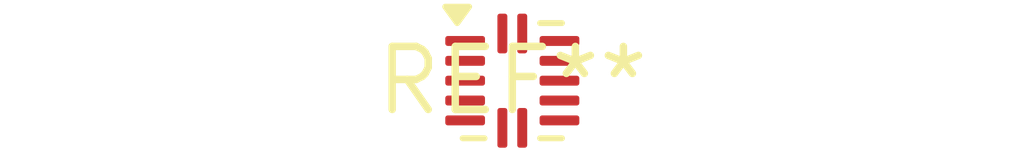
<source format=kicad_pcb>
(kicad_pcb (version 20240108) (generator pcbnew)
  (layers (0 "F.Cu" signal) (31 "B.Cu" signal) (34 "B.Paste" user) (35 "F.Paste" user) (36 "B.SilkS" user "B.Silkscreen") (37 "F.SilkS" user "F.Silkscreen") (38 "B.Mask" user) (39 "F.Mask" user) (44 "Edge.Cuts" user))
  (net 0 "")
  (footprint "Texas_S-PX2QFN-14" (layer "F.Cu") (at 0 0)
    (property "Reference" "REF**")
    (property "Value" "Texas_S-PX2QFN-14")
    (fp_line (start -0.56 1.16) (end -1 1.16) (layer "F.SilkS") (stroke (width 0.12)))
    (fp_line (start 0.56 -1.16) (end 1 -1.16) (layer "F.SilkS") (stroke (width 0.12)))
    (fp_line (start 0.56 1.16) (end 1 1.16) (layer "F.SilkS") (stroke (width 0.12)))
    (fp_poly (pts (xy -1.11 -1.16) (xy -1.35 -1.49) (xy -0.87 -1.49) (xy -1.11 -1.16)) (layer "F.SilkS") (stroke (width 0.12)) (fill solid))
    (pad "1" smd roundrect (at -0.95 -0.8) (size 0.8 0.2) (layers "F.Cu" "F.Paste" "F.Mask"))
    (pad "2" smd roundrect (at -0.95 -0.4) (size 0.8 0.2) (layers "F.Cu" "F.Paste" "F.Mask"))
    (pad "3" smd roundrect (at -0.95 0) (size 0.8 0.2) (layers "F.Cu" "F.Paste" "F.Mask"))
    (pad "4" smd roundrect (at -0.95 0.4) (size 0.8 0.2) (layers "F.Cu" "F.Paste" "F.Mask"))
    (pad "5" smd roundrect (at -0.95 0.8) (size 0.8 0.2) (layers "F.Cu" "F.Paste" "F.Mask"))
    (pad "6" smd roundrect (at -0.2 0.95) (size 0.2 0.8) (layers "F.Cu" "F.Paste" "F.Mask"))
    (pad "7" smd roundrect (at 0.2 0.95) (size 0.2 0.8) (layers "F.Cu" "F.Paste" "F.Mask"))
    (pad "8" smd roundrect (at 0.95 0.8) (size 0.8 0.2) (layers "F.Cu" "F.Paste" "F.Mask"))
    (pad "9" smd roundrect (at 0.95 0.4) (size 0.8 0.2) (layers "F.Cu" "F.Paste" "F.Mask"))
    (pad "10" smd roundrect (at 0.95 0) (size 0.8 0.2) (layers "F.Cu" "F.Paste" "F.Mask"))
    (pad "11" smd roundrect (at 0.95 -0.4) (size 0.8 0.2) (layers "F.Cu" "F.Paste" "F.Mask"))
    (pad "12" smd roundrect (at 0.95 -0.8) (size 0.8 0.2) (layers "F.Cu" "F.Paste" "F.Mask"))
    (pad "13" smd roundrect (at 0.2 -0.95) (size 0.2 0.8) (layers "F.Cu" "F.Paste" "F.Mask"))
    (pad "14" smd roundrect (at -0.2 -0.95) (size 0.2 0.8) (layers "F.Cu" "F.Paste" "F.Mask"))
  )
)
</source>
